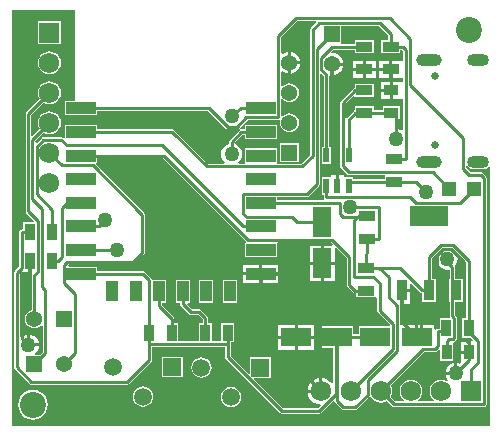
<source format=gbr>
G04*
G04 #@! TF.GenerationSoftware,Altium Limited,Altium Designer,24.1.2 (44)*
G04*
G04 Layer_Physical_Order=1*
G04 Layer_Color=255*
%FSLAX25Y25*%
%MOIN*%
G70*
G04*
G04 #@! TF.SameCoordinates,539E6247-A82E-4B89-B4FB-6AA9409DBF92*
G04*
G04*
G04 #@! TF.FilePolarity,Positive*
G04*
G01*
G75*
%ADD13C,0.01000*%
%ADD16R,0.09843X0.03937*%
%ADD17R,0.03937X0.07087*%
%ADD18R,0.03543X0.05709*%
%ADD19R,0.03740X0.06890*%
%ADD20R,0.12598X0.06890*%
%ADD21R,0.02200X0.05000*%
%ADD22R,0.09843X0.06299*%
%ADD23R,0.06299X0.09843*%
%ADD24R,0.05709X0.03543*%
%ADD25R,0.03543X0.05118*%
%ADD26R,0.04724X0.04724*%
%ADD27R,0.05118X0.03543*%
%ADD53C,0.08661*%
%ADD54R,0.05937X0.05937*%
%ADD55C,0.05937*%
%ADD56C,0.05394*%
%ADD57R,0.05394X0.05394*%
%ADD58R,0.05394X0.05394*%
%ADD59R,0.06791X0.06791*%
%ADD60C,0.06791*%
%ADD61R,0.06791X0.06791*%
%ADD62C,0.02559*%
%ADD63O,0.07284X0.04134*%
%ADD64O,0.08465X0.04134*%
%ADD65C,0.05000*%
G36*
X250789Y251623D02*
Y249905D01*
X248463D01*
Y245575D01*
X254959D01*
Y246741D01*
X255459Y246793D01*
X255983Y246269D01*
Y243231D01*
X255565Y243032D01*
X255483Y243031D01*
X252211D01*
Y240260D01*
Y237488D01*
X255483D01*
X255565Y237488D01*
X255983Y237288D01*
Y236196D01*
X255559Y236012D01*
X255483Y236012D01*
X252500D01*
Y233240D01*
Y230469D01*
X255483D01*
X255559Y230469D01*
X255983Y230284D01*
Y220160D01*
X255483Y219914D01*
X255165Y220157D01*
X254314Y220510D01*
X254311Y220510D01*
Y223594D01*
X254953D01*
Y227925D01*
X249047D01*
Y226671D01*
X246248D01*
Y227925D01*
X239752D01*
Y226622D01*
X239651Y226602D01*
X239356Y226404D01*
X237111Y224160D01*
X236883Y224196D01*
X236611Y224339D01*
Y228563D01*
X239307Y231259D01*
X239752Y231075D01*
Y231075D01*
X246248D01*
Y235405D01*
X239752D01*
Y234102D01*
X239651Y234082D01*
X239356Y233885D01*
X235056Y229585D01*
X234858Y229289D01*
X234789Y228940D01*
Y208100D01*
X234858Y207751D01*
X235056Y207456D01*
X237156Y205356D01*
X237451Y205158D01*
X237800Y205089D01*
X249320D01*
X249752Y204925D01*
Y203671D01*
X239194D01*
Y204294D01*
X236206D01*
X236100Y204750D01*
Y204900D01*
X234500D01*
Y201400D01*
X233500D01*
Y204900D01*
X231900D01*
Y204750D01*
X231794Y204294D01*
X228806D01*
Y198506D01*
X229389D01*
Y197800D01*
X229458Y197451D01*
X229630Y197195D01*
X229585Y197000D01*
X229446Y196695D01*
X213736D01*
Y197789D01*
X223900D01*
X224249Y197858D01*
X224544Y198056D01*
X227799Y201311D01*
X227997Y201606D01*
X228066Y201955D01*
Y238792D01*
X228528Y238983D01*
X229389Y238123D01*
Y214494D01*
X228806D01*
Y208706D01*
X231794D01*
Y214494D01*
X231211D01*
Y238014D01*
X231587Y238344D01*
X231639Y238337D01*
Y242000D01*
X232139D01*
Y242500D01*
X235802D01*
X235741Y242965D01*
X235369Y243864D01*
X234776Y244637D01*
X234004Y245229D01*
X233104Y245602D01*
X232215Y245719D01*
X231943Y246154D01*
X232618Y246829D01*
X239752D01*
Y245575D01*
X246248D01*
Y249905D01*
X239752D01*
Y248651D01*
X235623D01*
X235230Y248909D01*
Y254689D01*
X247723D01*
X250789Y251623D01*
D02*
G37*
G36*
X146500Y229642D02*
X143264D01*
Y224917D01*
X153894D01*
Y226368D01*
X190943D01*
X196834Y220478D01*
X197129Y220280D01*
X197478Y220211D01*
X200433D01*
X200782Y220280D01*
X201078Y220478D01*
X204045Y223445D01*
X214300D01*
X214527Y223490D01*
X214624Y223452D01*
X214838Y223282D01*
X214965Y223125D01*
X214883Y222500D01*
X214989Y221693D01*
X215300Y220941D01*
X215796Y220296D01*
X216441Y219800D01*
X217193Y219489D01*
X218000Y219383D01*
X218807Y219489D01*
X219559Y219800D01*
X220204Y220296D01*
X220700Y220941D01*
X221011Y221693D01*
X221117Y222500D01*
X221011Y223307D01*
X220700Y224059D01*
X220204Y224704D01*
X219559Y225200D01*
X218807Y225511D01*
X218000Y225617D01*
X217193Y225511D01*
X216441Y225200D01*
X215796Y224704D01*
X215711Y224594D01*
X215211Y224764D01*
Y230236D01*
X215711Y230406D01*
X215796Y230296D01*
X216441Y229800D01*
X217193Y229489D01*
X218000Y229383D01*
X218807Y229489D01*
X219559Y229800D01*
X220204Y230296D01*
X220700Y230941D01*
X221011Y231693D01*
X221117Y232500D01*
X221011Y233307D01*
X220700Y234059D01*
X220204Y234704D01*
X219559Y235200D01*
X218807Y235511D01*
X218000Y235617D01*
X217193Y235511D01*
X216441Y235200D01*
X215796Y234704D01*
X215711Y234594D01*
X215211Y234764D01*
Y239350D01*
X215711Y239597D01*
X216136Y239271D01*
X217035Y238898D01*
X217500Y238837D01*
Y242500D01*
Y246163D01*
X217035Y246102D01*
X216136Y245729D01*
X215711Y245404D01*
X215211Y245650D01*
Y250923D01*
X220677Y256389D01*
X226793D01*
X227000Y255889D01*
X225117Y254006D01*
X224919Y253710D01*
X224850Y253361D01*
Y211739D01*
X221923Y208811D01*
X214078D01*
X213736Y209169D01*
X213736Y209311D01*
Y213894D01*
X203106D01*
Y209311D01*
X203106Y209169D01*
X202764Y208811D01*
X201115D01*
X200945Y209311D01*
X201196Y209504D01*
X201757Y210235D01*
X202110Y211086D01*
X202230Y212000D01*
X202110Y212914D01*
X201757Y213765D01*
X201196Y214496D01*
X200465Y215057D01*
X199832Y215319D01*
X199755Y215872D01*
X202377Y218494D01*
X203106D01*
Y217043D01*
X213736D01*
Y221768D01*
X203106D01*
Y220317D01*
X202000D01*
X201651Y220247D01*
X201356Y220050D01*
X198056Y216750D01*
X197858Y216454D01*
X197789Y216106D01*
Y215410D01*
X197786Y215410D01*
X196935Y215057D01*
X196204Y214496D01*
X195643Y213765D01*
X195290Y212914D01*
X195170Y212000D01*
X195290Y211086D01*
X195643Y210235D01*
X196204Y209504D01*
X196455Y209311D01*
X196285Y208811D01*
X190744D01*
X179505Y220050D01*
X179210Y220247D01*
X178861Y220317D01*
X153894D01*
Y221768D01*
X143264D01*
Y217432D01*
X142764Y217225D01*
X142555Y217434D01*
X142259Y217631D01*
X141911Y217701D01*
X136000D01*
X135651Y217631D01*
X135356Y217434D01*
X133690Y215768D01*
X133228Y215959D01*
Y216439D01*
X136027Y219238D01*
X136089Y219190D01*
X137011Y218808D01*
X138000Y218678D01*
X138989Y218808D01*
X139911Y219190D01*
X140703Y219797D01*
X141310Y220589D01*
X141692Y221511D01*
X141822Y222500D01*
X141692Y223489D01*
X141310Y224411D01*
X140703Y225203D01*
X139911Y225810D01*
X138989Y226192D01*
X138000Y226322D01*
X137011Y226192D01*
X136089Y225810D01*
X135297Y225203D01*
X134690Y224411D01*
X134308Y223489D01*
X134178Y222500D01*
X134308Y221511D01*
X134690Y220589D01*
X134738Y220527D01*
X132296Y218085D01*
X131834Y218276D01*
Y225046D01*
X136027Y229238D01*
X136089Y229190D01*
X137011Y228808D01*
X138000Y228678D01*
X138989Y228808D01*
X139911Y229190D01*
X140703Y229797D01*
X141310Y230589D01*
X141692Y231511D01*
X141822Y232500D01*
X141692Y233489D01*
X141310Y234411D01*
X140703Y235203D01*
X139911Y235810D01*
X138989Y236192D01*
X138000Y236322D01*
X137011Y236192D01*
X136089Y235810D01*
X135297Y235203D01*
X134690Y234411D01*
X134308Y233489D01*
X134178Y232500D01*
X134308Y231511D01*
X134690Y230589D01*
X134738Y230526D01*
X130279Y226067D01*
X130081Y225772D01*
X130012Y225423D01*
Y193043D01*
X130081Y192694D01*
X130279Y192398D01*
X132929Y189748D01*
X132722Y189248D01*
X129335D01*
Y186911D01*
X128800D01*
X128451Y186842D01*
X128156Y186644D01*
X127958Y186349D01*
X127889Y186000D01*
Y174577D01*
X126456Y173144D01*
X126258Y172849D01*
X126189Y172500D01*
Y141000D01*
X126258Y140651D01*
X126456Y140356D01*
X131356Y135456D01*
X131651Y135258D01*
X132000Y135189D01*
X164000D01*
X164349Y135258D01*
X164644Y135456D01*
X171904Y142716D01*
X172102Y143011D01*
X172171Y143360D01*
Y147789D01*
X196569D01*
Y144320D01*
X196639Y143971D01*
X196836Y143675D01*
X214756Y125756D01*
X215051Y125558D01*
X215400Y125489D01*
X228000D01*
X228349Y125558D01*
X228644Y125756D01*
X232650Y129761D01*
X233106Y129511D01*
X233158Y129251D01*
X233356Y128956D01*
X235356Y126956D01*
X235651Y126758D01*
X236000Y126689D01*
X240000D01*
X240349Y126758D01*
X240644Y126956D01*
X244687Y130998D01*
X244839Y131026D01*
X245202Y130989D01*
X245303Y130942D01*
X245797Y130297D01*
X246589Y129690D01*
X247511Y129308D01*
X248500Y129178D01*
X249489Y129308D01*
X250411Y129690D01*
X250473Y129738D01*
X252156Y128056D01*
X252451Y127858D01*
X252800Y127789D01*
X282800D01*
X283149Y127858D01*
X283444Y128056D01*
X283642Y128351D01*
X283711Y128700D01*
Y204000D01*
X283642Y204349D01*
X283444Y204644D01*
X282344Y205744D01*
X282049Y205942D01*
X281700Y206011D01*
X278377D01*
X276929Y207460D01*
X276977Y207892D01*
X277439Y208036D01*
X277651Y207718D01*
X278465Y207174D01*
X279425Y206983D01*
X282575D01*
X283535Y207174D01*
X284349Y207718D01*
X284500Y207944D01*
X285000Y207793D01*
Y121500D01*
X125500D01*
Y260000D01*
X146500D01*
Y229642D01*
D02*
G37*
G36*
X267443Y178765D02*
X267090Y177914D01*
X266970Y177000D01*
X267090Y176086D01*
X267443Y175235D01*
X268004Y174504D01*
X268735Y173943D01*
X269586Y173590D01*
X270500Y173470D01*
X270980Y173533D01*
X271356Y173203D01*
Y170437D01*
X271291D01*
Y162760D01*
X271356D01*
Y157882D01*
X271383Y157748D01*
X271061Y157248D01*
X268094D01*
Y153811D01*
X267500D01*
X267151Y153742D01*
X266856Y153544D01*
X266811Y153478D01*
X266311Y153629D01*
Y155150D01*
X260890D01*
Y151000D01*
X259890D01*
Y155150D01*
X254911D01*
Y161400D01*
X254861Y161653D01*
X254945Y161811D01*
Y166598D01*
X255445D01*
Y167098D01*
X258315D01*
Y168643D01*
X258777Y168834D01*
X261657Y165954D01*
X261953Y165756D01*
X262236Y165700D01*
Y162760D01*
X266764D01*
Y170437D01*
X265411D01*
Y177393D01*
X267031Y179013D01*
X267443Y178765D01*
D02*
G37*
G36*
X203414Y182898D02*
X203393Y182721D01*
X203241Y182398D01*
X203106D01*
Y177673D01*
X213736D01*
Y182089D01*
X213736Y182398D01*
X214157Y182589D01*
X231923D01*
X232518Y181993D01*
X232327Y181532D01*
X229500D01*
Y176110D01*
X233150D01*
Y180709D01*
X233611Y180900D01*
X237089Y177423D01*
Y168500D01*
X237158Y168151D01*
X237356Y167856D01*
X239356Y165856D01*
X239651Y165658D01*
X240000Y165589D01*
X240252D01*
Y164335D01*
X246748D01*
Y164335D01*
X247189Y164192D01*
Y159856D01*
X247258Y159508D01*
X247456Y159212D01*
X251589Y155079D01*
Y154543D01*
X241295D01*
Y151911D01*
X239315D01*
Y154543D01*
X228685D01*
Y147457D01*
X232589D01*
Y135713D01*
X232089Y135544D01*
X231635Y136135D01*
X230717Y136840D01*
X229647Y137283D01*
X229000Y137368D01*
Y133000D01*
X228500D01*
Y132500D01*
X224132D01*
X224218Y131852D01*
X224660Y130783D01*
X225365Y129865D01*
X226283Y129160D01*
X227352Y128718D01*
X228209Y128605D01*
X228388Y128077D01*
X227623Y127311D01*
X215777D01*
X206070Y137019D01*
X206261Y137480D01*
X211705D01*
Y144205D01*
X204980D01*
Y138762D01*
X204518Y138570D01*
X198392Y144697D01*
Y149252D01*
X199646D01*
Y155748D01*
X195315D01*
Y149611D01*
X192165D01*
Y155748D01*
X190911D01*
Y157300D01*
X190842Y157649D01*
X190644Y157944D01*
X188644Y159944D01*
X188349Y160142D01*
X188000Y160211D01*
X185514D01*
X183869Y161857D01*
X184060Y162319D01*
X184799D01*
Y170193D01*
X180075D01*
Y162319D01*
X181526D01*
Y162000D01*
X181595Y161651D01*
X181793Y161356D01*
X184493Y158656D01*
X184788Y158458D01*
X185137Y158389D01*
X187623D01*
X189089Y156923D01*
Y155748D01*
X187835D01*
Y149611D01*
X180905D01*
Y155748D01*
X179651D01*
Y157200D01*
X179582Y157549D01*
X179385Y157844D01*
X175474Y161755D01*
Y162319D01*
X176925D01*
Y170193D01*
X172201D01*
X172102Y170349D01*
X171904Y170644D01*
X169743Y172806D01*
X169447Y173003D01*
X169098Y173073D01*
X153894D01*
Y174524D01*
X144396D01*
X144180Y175007D01*
X144400Y175289D01*
X166000D01*
X166349Y175358D01*
X166644Y175556D01*
X169644Y178556D01*
X169842Y178851D01*
X169911Y179200D01*
Y191800D01*
X169842Y192149D01*
X169644Y192444D01*
X153419Y208669D01*
X153626Y209169D01*
X153894D01*
Y210620D01*
X175691D01*
X203414Y182898D01*
D02*
G37*
G36*
X132000Y172596D02*
X132223Y172146D01*
X132158Y172049D01*
X132089Y171700D01*
Y159968D01*
X131441Y159700D01*
X130796Y159204D01*
X130300Y158559D01*
X129989Y157807D01*
X129883Y157000D01*
X129989Y156193D01*
X130300Y155441D01*
X130796Y154796D01*
X131441Y154300D01*
X132193Y153989D01*
X133000Y153883D01*
X133807Y153989D01*
X134559Y154300D01*
X135189Y154784D01*
X135371Y154757D01*
X135689Y154649D01*
Y145977D01*
X134802Y145091D01*
X133258D01*
X133088Y145591D01*
X133496Y145904D01*
X134057Y146635D01*
X134410Y147486D01*
X134464Y147900D01*
X131000D01*
Y148400D01*
X130500D01*
Y151864D01*
X130086Y151810D01*
X129235Y151457D01*
X128511Y150902D01*
X128322Y150926D01*
X128011Y151032D01*
Y172123D01*
X128317Y172429D01*
X128728Y172646D01*
Y172646D01*
X128728Y172646D01*
X131000D01*
Y176500D01*
X132000D01*
Y172596D01*
D02*
G37*
G36*
X276829Y176153D02*
Y157248D01*
X275575D01*
Y150752D01*
X278500D01*
X279231Y150021D01*
X279039Y149559D01*
X278480D01*
Y146000D01*
X277980D01*
Y145500D01*
X275209D01*
Y142541D01*
X274826Y142159D01*
X274414Y142330D01*
X274000Y142384D01*
Y138920D01*
X273500D01*
Y138420D01*
X270036D01*
X270090Y138006D01*
X270443Y137154D01*
X270888Y136574D01*
X270531Y136218D01*
X270411Y136310D01*
X269489Y136692D01*
X268500Y136822D01*
X267511Y136692D01*
X266589Y136310D01*
X265797Y135703D01*
X265190Y134911D01*
X264808Y133989D01*
X264678Y133000D01*
X264808Y132011D01*
X265190Y131089D01*
X265797Y130297D01*
X266040Y130111D01*
X265870Y129611D01*
X261130D01*
X260960Y130111D01*
X261203Y130297D01*
X261810Y131089D01*
X262192Y132011D01*
X262322Y133000D01*
X262192Y133989D01*
X261810Y134911D01*
X261203Y135703D01*
X260411Y136310D01*
X259489Y136692D01*
X258500Y136822D01*
X257511Y136692D01*
X256589Y136310D01*
X255797Y135703D01*
X255190Y134911D01*
X254808Y133989D01*
X254678Y133000D01*
X254808Y132011D01*
X255190Y131089D01*
X255797Y130297D01*
X256040Y130111D01*
X255870Y129611D01*
X253177D01*
X251762Y131026D01*
X251810Y131089D01*
X252192Y132011D01*
X252322Y133000D01*
X252192Y133989D01*
X251810Y134911D01*
X251762Y134974D01*
X262777Y145989D01*
X266400D01*
X266749Y146058D01*
X267044Y146256D01*
X267835Y147046D01*
X268335Y146839D01*
Y143047D01*
X272665D01*
Y148953D01*
X272665D01*
X272757Y149415D01*
X273046Y149608D01*
X273569Y150131D01*
X273767Y150427D01*
X273836Y150776D01*
Y157225D01*
X273767Y157573D01*
X273569Y157869D01*
X273178Y158260D01*
Y162760D01*
X275819D01*
Y170437D01*
X273178D01*
Y174414D01*
X273127Y174674D01*
X273557Y175235D01*
X273910Y176086D01*
X274030Y177000D01*
X273910Y177914D01*
X273557Y178765D01*
X273969Y179013D01*
X276829Y176153D01*
D02*
G37*
%LPC*%
G36*
X246854Y243031D02*
X243500D01*
Y240760D01*
X246854D01*
Y243031D01*
D02*
G37*
G36*
X251211D02*
X247857D01*
Y240760D01*
X251211D01*
Y243031D01*
D02*
G37*
G36*
X242500D02*
X239146D01*
Y240760D01*
X242500D01*
Y243031D01*
D02*
G37*
G36*
X235802Y241500D02*
X232639D01*
Y238337D01*
X233104Y238398D01*
X234004Y238771D01*
X234776Y239363D01*
X235369Y240136D01*
X235741Y241035D01*
X235802Y241500D01*
D02*
G37*
G36*
X246854Y239760D02*
X243500D01*
Y237488D01*
X246854D01*
Y239760D01*
D02*
G37*
G36*
X242500D02*
X239146D01*
Y237488D01*
X242500D01*
Y239760D01*
D02*
G37*
G36*
X251211D02*
X247857D01*
Y237488D01*
X251211D01*
Y239760D01*
D02*
G37*
G36*
X251500Y236012D02*
X248441D01*
Y233740D01*
X251500D01*
Y236012D01*
D02*
G37*
G36*
Y232740D02*
X248441D01*
Y230469D01*
X251500D01*
Y232740D01*
D02*
G37*
G36*
X141789Y256289D02*
X134211D01*
Y248711D01*
X141789D01*
Y256289D01*
D02*
G37*
G36*
X218500Y246163D02*
Y243000D01*
X221663D01*
X221602Y243465D01*
X221229Y244364D01*
X220637Y245137D01*
X219864Y245729D01*
X218965Y246102D01*
X218500Y246163D01*
D02*
G37*
G36*
X221663Y242000D02*
X218500D01*
Y238837D01*
X218965Y238898D01*
X219864Y239271D01*
X220637Y239863D01*
X221229Y240636D01*
X221602Y241535D01*
X221663Y242000D01*
D02*
G37*
G36*
X138000Y246322D02*
X137011Y246192D01*
X136089Y245810D01*
X135297Y245203D01*
X134690Y244411D01*
X134308Y243489D01*
X134178Y242500D01*
X134308Y241511D01*
X134690Y240589D01*
X135297Y239797D01*
X136089Y239190D01*
X137011Y238808D01*
X138000Y238678D01*
X138989Y238808D01*
X139911Y239190D01*
X140703Y239797D01*
X141310Y240589D01*
X141692Y241511D01*
X141822Y242500D01*
X141692Y243489D01*
X141310Y244411D01*
X140703Y245203D01*
X139911Y245810D01*
X138989Y246192D01*
X138000Y246322D01*
D02*
G37*
G36*
X221091Y215591D02*
X214910D01*
Y209409D01*
X221091D01*
Y215591D01*
D02*
G37*
G36*
X182362Y144362D02*
X175638D01*
Y137638D01*
X182362D01*
Y144362D01*
D02*
G37*
G36*
X188657Y144234D02*
X187780Y144118D01*
X186962Y143780D01*
X186259Y143241D01*
X185721Y142538D01*
X185382Y141720D01*
X185266Y140843D01*
X185382Y139965D01*
X185721Y139147D01*
X186259Y138445D01*
X186962Y137906D01*
X187780Y137567D01*
X188657Y137451D01*
X189535Y137567D01*
X190353Y137906D01*
X191055Y138445D01*
X191594Y139147D01*
X191933Y139965D01*
X192049Y140843D01*
X191933Y141720D01*
X191594Y142538D01*
X191055Y143241D01*
X190353Y143780D01*
X189535Y144118D01*
X188657Y144234D01*
D02*
G37*
G36*
X169157Y134549D02*
X168280Y134433D01*
X167462Y134094D01*
X166759Y133555D01*
X166220Y132853D01*
X165882Y132035D01*
X165766Y131157D01*
X165882Y130280D01*
X166220Y129462D01*
X166759Y128759D01*
X167462Y128220D01*
X168280Y127882D01*
X169157Y127766D01*
X170035Y127882D01*
X170853Y128220D01*
X171555Y128759D01*
X172094Y129462D01*
X172433Y130280D01*
X172549Y131157D01*
X172433Y132035D01*
X172094Y132853D01*
X171555Y133555D01*
X170853Y134094D01*
X170035Y134433D01*
X169157Y134549D01*
D02*
G37*
G36*
X198500Y134391D02*
X197622Y134276D01*
X196804Y133937D01*
X196102Y133398D01*
X195563Y132696D01*
X195224Y131878D01*
X195109Y131000D01*
X195224Y130122D01*
X195563Y129304D01*
X196102Y128602D01*
X196804Y128063D01*
X197622Y127724D01*
X198500Y127609D01*
X199378Y127724D01*
X200196Y128063D01*
X200898Y128602D01*
X201437Y129304D01*
X201776Y130122D01*
X201891Y131000D01*
X201776Y131878D01*
X201437Y132696D01*
X200898Y133398D01*
X200196Y133937D01*
X199378Y134276D01*
X198500Y134391D01*
D02*
G37*
G36*
X132500Y133480D02*
X131211Y133310D01*
X130010Y132812D01*
X128979Y132021D01*
X128188Y130990D01*
X127690Y129789D01*
X127520Y128500D01*
X127690Y127211D01*
X128188Y126010D01*
X128979Y124979D01*
X130010Y124188D01*
X131211Y123690D01*
X132500Y123520D01*
X133789Y123690D01*
X134990Y124188D01*
X136021Y124979D01*
X136812Y126010D01*
X137310Y127211D01*
X137480Y128500D01*
X137310Y129789D01*
X136812Y130990D01*
X136021Y132021D01*
X134990Y132812D01*
X133789Y133310D01*
X132500Y133480D01*
D02*
G37*
G36*
X258315Y166098D02*
X255945D01*
Y162153D01*
X258315D01*
Y166098D01*
D02*
G37*
G36*
X228500Y181532D02*
X224850D01*
Y176110D01*
X228500D01*
Y181532D01*
D02*
G37*
G36*
X214342Y175130D02*
X208921D01*
Y172661D01*
X214342D01*
Y175130D01*
D02*
G37*
G36*
X207921D02*
X202500D01*
Y172661D01*
X207921D01*
Y175130D01*
D02*
G37*
G36*
X233150Y175110D02*
X229500D01*
Y169689D01*
X233150D01*
Y175110D01*
D02*
G37*
G36*
X228500D02*
X224850D01*
Y169689D01*
X228500D01*
Y175110D01*
D02*
G37*
G36*
X214342Y171661D02*
X208921D01*
Y169193D01*
X214342D01*
Y171661D01*
D02*
G37*
G36*
X207921D02*
X202500D01*
Y169193D01*
X207921D01*
Y171661D01*
D02*
G37*
G36*
X200547Y170193D02*
X195823D01*
Y162319D01*
X200547D01*
Y170193D01*
D02*
G37*
G36*
X192673D02*
X187949D01*
Y162319D01*
X192673D01*
Y170193D01*
D02*
G37*
G36*
X226142Y155150D02*
X220720D01*
Y151500D01*
X226142D01*
Y155150D01*
D02*
G37*
G36*
X219720D02*
X214299D01*
Y151500D01*
X219720D01*
Y155150D01*
D02*
G37*
G36*
X226142Y150500D02*
X220720D01*
Y146850D01*
X226142D01*
Y150500D01*
D02*
G37*
G36*
X219720D02*
X214299D01*
Y146850D01*
X219720D01*
Y150500D01*
D02*
G37*
G36*
X228000Y137368D02*
X227352Y137283D01*
X226283Y136840D01*
X225365Y136135D01*
X224660Y135217D01*
X224218Y134148D01*
X224132Y133500D01*
X228000D01*
Y137368D01*
D02*
G37*
G36*
X131500Y151864D02*
Y148900D01*
X134464D01*
X134410Y149314D01*
X134057Y150165D01*
X133496Y150896D01*
X132765Y151457D01*
X131914Y151810D01*
X131500Y151864D01*
D02*
G37*
G36*
X277480Y149559D02*
X275209D01*
Y146500D01*
X277480D01*
Y149559D01*
D02*
G37*
G36*
X273000Y142384D02*
X272586Y142330D01*
X271735Y141977D01*
X271004Y141416D01*
X270443Y140685D01*
X270090Y139833D01*
X270036Y139420D01*
X273000D01*
Y142384D01*
D02*
G37*
%LPD*%
D13*
X276319Y160100D02*
Y175980D01*
X271906Y180394D02*
X276319Y175980D01*
X269094Y180394D02*
X271906D01*
X264500Y166598D02*
Y177770D01*
X268517Y181787D02*
X272483D01*
X277740Y154000D02*
Y176530D01*
X272483Y181787D02*
X277740Y176530D01*
X270500Y176181D02*
Y177000D01*
X272267Y165310D02*
Y174414D01*
X270500Y176181D02*
X272267Y174414D01*
Y157882D02*
X272925Y157225D01*
X272267Y157882D02*
Y165310D01*
X267106Y174850D02*
Y178406D01*
X272267Y165310D02*
X273555Y166598D01*
X270500Y149666D02*
X271086Y150252D01*
X270500Y146000D02*
Y149666D01*
X267106Y174850D02*
X268400Y173556D01*
X264500Y177770D02*
X268517Y181787D01*
X271086Y150252D02*
X272402D01*
X272925Y150776D02*
Y157225D01*
X272402Y150252D02*
X272925Y150776D01*
X267106Y178406D02*
X269094Y180394D01*
X268400Y162500D02*
Y173556D01*
X275000Y150200D02*
Y158781D01*
X277740Y152800D02*
Y154000D01*
X275000Y158781D02*
X276319Y160100D01*
X275000Y150200D02*
X276780D01*
X251700Y247740D02*
Y252000D01*
X240687Y191006D02*
X240940Y191240D01*
X239600Y190000D02*
X240687Y191006D01*
X240706D01*
X236000D02*
X240687D01*
X261900Y151000D02*
Y156000D01*
X208400D02*
Y172161D01*
X237700Y202760D02*
X253000D01*
X220400Y189400D02*
X229000D01*
X267500Y152900D02*
X270260D01*
X253400Y217100D02*
Y225760D01*
X248000Y173980D02*
X254920D01*
X243500D02*
X248000D01*
X233500Y131900D02*
Y151000D01*
X197480Y148700D02*
Y152500D01*
Y144320D02*
Y148700D01*
X171260D02*
Y152500D01*
Y143360D02*
Y148700D01*
X253000Y210240D02*
X256894D01*
Y246646D01*
X255800Y247740D02*
X256894Y246646D01*
X251711Y247740D02*
X255800D01*
X240940Y191240D02*
X244000D01*
X239600Y171000D02*
Y190000D01*
Y171000D02*
X246000D01*
X248100Y168900D01*
Y159856D02*
Y168900D01*
Y159856D02*
X252500Y155456D01*
Y147000D02*
Y155456D01*
X238500Y133000D02*
X252500Y147000D01*
X255445Y155945D02*
Y166598D01*
Y155945D02*
X260390Y151000D01*
X129000Y150400D02*
X131000Y148400D01*
X129000Y150400D02*
Y164300D01*
X131500Y166800D01*
Y176500D01*
X220220Y141280D02*
Y151000D01*
Y141280D02*
X228500Y133000D01*
X229000Y189390D02*
Y189400D01*
X218900Y190900D02*
X220400Y189400D01*
X203700Y190900D02*
X218900D01*
X202600Y192000D02*
X203700Y190900D01*
X202600Y192000D02*
Y198700D01*
X223900D01*
X227155Y201955D01*
Y247016D01*
X232139Y252000D01*
X265732Y206000D02*
X271232Y200500D01*
X237800Y206000D02*
X265732D01*
X235700Y208100D02*
X237800Y206000D01*
X235700Y208100D02*
Y228940D01*
X240000Y233240D01*
X243000D01*
X148579Y211532D02*
X176068D01*
X204100Y183500D01*
X232300D01*
X238000Y177800D01*
Y168500D02*
Y177800D01*
Y168500D02*
X240000Y166500D01*
X243500D01*
X148579Y227280D02*
X191320D01*
X197478Y221122D01*
X200433D01*
X203668Y224356D01*
X214300D01*
Y251300D01*
X220300Y257300D01*
X251500D01*
X258288Y250512D01*
Y235012D02*
Y250512D01*
Y235012D02*
X276000Y217300D01*
Y207100D02*
Y217300D01*
Y207100D02*
X278000Y205100D01*
X281700D01*
X282800Y204000D01*
Y128700D02*
Y204000D01*
X252800Y128700D02*
X282800D01*
X248500Y133000D02*
X252800Y128700D01*
X198700Y212000D02*
Y216106D01*
X202000Y219406D01*
X208421D01*
X148579Y180035D02*
X160635D01*
X237700Y211600D02*
Y223460D01*
X240000Y225760D01*
X243000D01*
X238300Y194400D02*
X247800D01*
Y183760D02*
Y194400D01*
X244000Y183760D02*
X247800D01*
X262302Y166598D02*
X264500D01*
X254920Y173980D02*
X262302Y166598D01*
X252000Y225760D02*
X253400D01*
X230300Y197800D02*
Y201400D01*
Y197800D02*
X258170D01*
X260115Y195855D01*
X274855D01*
X279500Y200500D01*
X253000Y202760D02*
X260040D01*
X263500Y199300D01*
X232139Y226800D02*
Y242000D01*
Y226800D02*
X234000Y224939D01*
Y201400D02*
Y224939D01*
X138980Y176500D02*
X141000D01*
X142300Y177800D01*
Y194083D01*
X144000Y195783D01*
X148579D01*
X277980Y146000D02*
Y149000D01*
X276780Y150200D02*
X277980Y149000D01*
X261900Y156000D02*
X268400Y162500D01*
X260390Y151000D02*
X261900D01*
X138000Y212500D02*
X142200Y208300D01*
X152500D01*
X169000Y191800D01*
Y179200D02*
Y191800D01*
X166000Y176200D02*
X169000Y179200D01*
X143900Y176200D02*
X166000D01*
X142700Y175000D02*
X143900Y176200D01*
X142700Y169200D02*
Y175000D01*
Y169200D02*
X146600Y165300D01*
Y145600D02*
Y165300D01*
X143000Y142000D02*
X146600Y145600D01*
X248000Y173980D02*
X251100Y170880D01*
Y164300D02*
Y170880D01*
Y164300D02*
X254000Y161400D01*
Y146529D02*
Y161400D01*
X244200Y136729D02*
X254000Y146529D01*
X244200Y131800D02*
Y136729D01*
X240000Y127600D02*
X244200Y131800D01*
X236000Y127600D02*
X240000D01*
X234000Y129600D02*
X236000Y127600D01*
X234000Y129600D02*
Y151000D01*
X208421Y195783D02*
X234775D01*
X234858Y195700D01*
Y192148D02*
Y195700D01*
Y192148D02*
X236000Y191006D01*
X240706D02*
X240940Y191240D01*
X128800Y186000D02*
X131500D01*
X128800Y174200D02*
Y186000D01*
X127100Y172500D02*
X128800Y174200D01*
X127100Y141000D02*
Y172500D01*
Y141000D02*
X132000Y136100D01*
X164000D01*
X171260Y143360D01*
X148579Y172161D02*
X169098D01*
X171260Y170000D01*
Y152500D02*
Y170000D01*
X251700Y247740D02*
X251711D01*
X248100Y255600D02*
X251700Y252000D01*
X228000Y255600D02*
X248100D01*
X225761Y253361D02*
X228000Y255600D01*
X225761Y211361D02*
Y253361D01*
X222300Y207900D02*
X225761Y211361D01*
X190367Y207900D02*
X222300D01*
X178861Y219406D02*
X190367Y207900D01*
X148579Y219406D02*
X178861D01*
X230300Y211600D02*
Y238500D01*
X228549Y240251D02*
X230300Y238500D01*
X228549Y240251D02*
Y244049D01*
X232240Y247740D01*
X243000D01*
X273500Y138920D02*
X277980Y143400D01*
Y146000D01*
X278500Y133000D02*
Y140300D01*
X280700Y142500D01*
Y149840D01*
X277740Y152800D02*
X280700Y149840D01*
X148579Y187909D02*
X154400D01*
X156400Y189909D01*
X201680Y227280D02*
X208421D01*
X199000Y224600D02*
X201680Y227280D01*
X133000Y142000D02*
X136600Y145600D01*
Y166600D01*
X135559Y167641D02*
X136600Y166600D01*
X135559Y167641D02*
Y193641D01*
X132317Y196883D02*
X135559Y193641D01*
X132317Y196883D02*
Y216817D01*
X138000Y222500D01*
X130923Y225423D02*
X138000Y232500D01*
X130923Y193043D02*
Y225423D01*
Y193043D02*
X134166Y189800D01*
Y172866D02*
Y189800D01*
X133000Y171700D02*
X134166Y172866D01*
X133000Y157000D02*
Y171700D01*
X202600Y187909D02*
X208421D01*
X175509Y215000D02*
X202600Y187909D01*
X143700Y215000D02*
X175509D01*
X141911Y216789D02*
X143700Y215000D01*
X136000Y216789D02*
X141911D01*
X133711Y214500D02*
X136000Y216789D01*
X133711Y198661D02*
Y214500D01*
Y198661D02*
X138980Y193391D01*
Y186000D02*
Y193391D01*
X270260Y152900D02*
Y154000D01*
X267500Y148000D02*
Y152900D01*
X266400Y146900D02*
X267500Y148000D01*
X262400Y146900D02*
X266400D01*
X248500Y133000D02*
X262400Y146900D01*
X208400Y172161D02*
X208421D01*
X208400Y156000D02*
X213400Y151000D01*
X220220D01*
X190000Y152500D02*
Y157300D01*
X188000Y159300D02*
X190000Y157300D01*
X185137Y159300D02*
X188000D01*
X182437Y162000D02*
X185137Y159300D01*
X182437Y162000D02*
Y166256D01*
X197480Y144320D02*
X215400Y126400D01*
X228000D01*
X233500Y131900D01*
Y151000D02*
X234000D01*
X237700Y201400D02*
Y202760D01*
X171260Y148700D02*
X197480D01*
X238340Y240260D02*
X243000D01*
X236600Y242000D02*
X238340Y240260D01*
X232139Y242000D02*
X236600D01*
X243000Y240260D02*
X251711D01*
Y236889D02*
Y240260D01*
Y236889D02*
X252000Y236600D01*
Y233240D02*
Y236600D01*
X220349Y175610D02*
X229000D01*
X216900Y172161D02*
X220349Y175610D01*
X208421Y172161D02*
X216900D01*
X174563Y161377D02*
Y166256D01*
Y161377D02*
X178740Y157200D01*
Y152500D02*
Y157200D01*
X243000Y225760D02*
X252000D01*
X244000Y179100D02*
Y183760D01*
X243500Y178600D02*
X244000Y179100D01*
X243500Y173980D02*
Y178600D01*
X234000Y151000D02*
X246610D01*
D16*
X208421Y227280D02*
D03*
Y219406D02*
D03*
Y211532D02*
D03*
Y203657D02*
D03*
Y195783D02*
D03*
Y187909D02*
D03*
Y180035D02*
D03*
Y172161D02*
D03*
X148579D02*
D03*
Y180035D02*
D03*
Y187909D02*
D03*
Y195783D02*
D03*
Y203657D02*
D03*
Y211532D02*
D03*
Y219406D02*
D03*
Y227280D02*
D03*
D17*
X198185Y166256D02*
D03*
X190311D02*
D03*
X182437D02*
D03*
X174563D02*
D03*
X166689D02*
D03*
X158815D02*
D03*
D18*
X131500Y186000D02*
D03*
X138980D02*
D03*
Y176500D02*
D03*
X131500D02*
D03*
X171260Y152500D02*
D03*
X178740D02*
D03*
X190000D02*
D03*
X197480D02*
D03*
X270260Y154000D02*
D03*
X277740D02*
D03*
D19*
X255445Y166598D02*
D03*
X264500D02*
D03*
X273555D02*
D03*
D20*
X264500Y191402D02*
D03*
D21*
X230300Y201400D02*
D03*
X234000D02*
D03*
X237700D02*
D03*
Y211600D02*
D03*
X230300D02*
D03*
D22*
X246610Y151000D02*
D03*
X260390D02*
D03*
X234000D02*
D03*
X220220D02*
D03*
D23*
X229000Y189390D02*
D03*
Y175610D02*
D03*
D24*
X244000Y183760D02*
D03*
Y191240D02*
D03*
X243500Y166500D02*
D03*
Y173980D02*
D03*
X253000Y210240D02*
D03*
Y202760D02*
D03*
X243000Y225760D02*
D03*
Y233240D02*
D03*
X251711Y240260D02*
D03*
Y247740D02*
D03*
X243000D02*
D03*
Y240260D02*
D03*
D25*
X270500Y146000D02*
D03*
X277980D02*
D03*
D26*
X279500Y200500D02*
D03*
X271232D02*
D03*
D27*
X252000Y233240D02*
D03*
Y225760D02*
D03*
D53*
X132500Y128500D02*
D03*
X278000Y253500D02*
D03*
D54*
X208342Y140843D02*
D03*
X179000Y141000D02*
D03*
D55*
X198500Y131000D02*
D03*
X188657Y140843D02*
D03*
X169157Y131157D02*
D03*
X159315Y141000D02*
D03*
D56*
X133000Y157000D02*
D03*
X143000Y142000D02*
D03*
X218000Y222500D02*
D03*
Y232500D02*
D03*
Y242500D02*
D03*
X232139Y242000D02*
D03*
D57*
X143000Y157000D02*
D03*
X133000Y142000D02*
D03*
X218000Y212500D02*
D03*
D58*
X232139Y252000D02*
D03*
D59*
X138000Y252500D02*
D03*
D60*
Y242500D02*
D03*
Y232500D02*
D03*
Y222500D02*
D03*
Y212500D02*
D03*
Y202500D02*
D03*
X268500Y133000D02*
D03*
X258500D02*
D03*
X248500D02*
D03*
X238500D02*
D03*
X228500D02*
D03*
D61*
X278500D02*
D03*
D62*
X266512Y237878D02*
D03*
Y215122D02*
D03*
D63*
X281000Y209492D02*
D03*
Y243508D02*
D03*
D64*
X264543Y209492D02*
D03*
Y243508D02*
D03*
D65*
X270500Y177000D02*
D03*
X131000Y148400D02*
D03*
X198700Y212000D02*
D03*
X160635Y180035D02*
D03*
X238300Y194400D02*
D03*
X253400Y217100D02*
D03*
X263500Y199300D02*
D03*
X273500Y138920D02*
D03*
X156400Y189909D02*
D03*
X199000Y224600D02*
D03*
M02*

</source>
